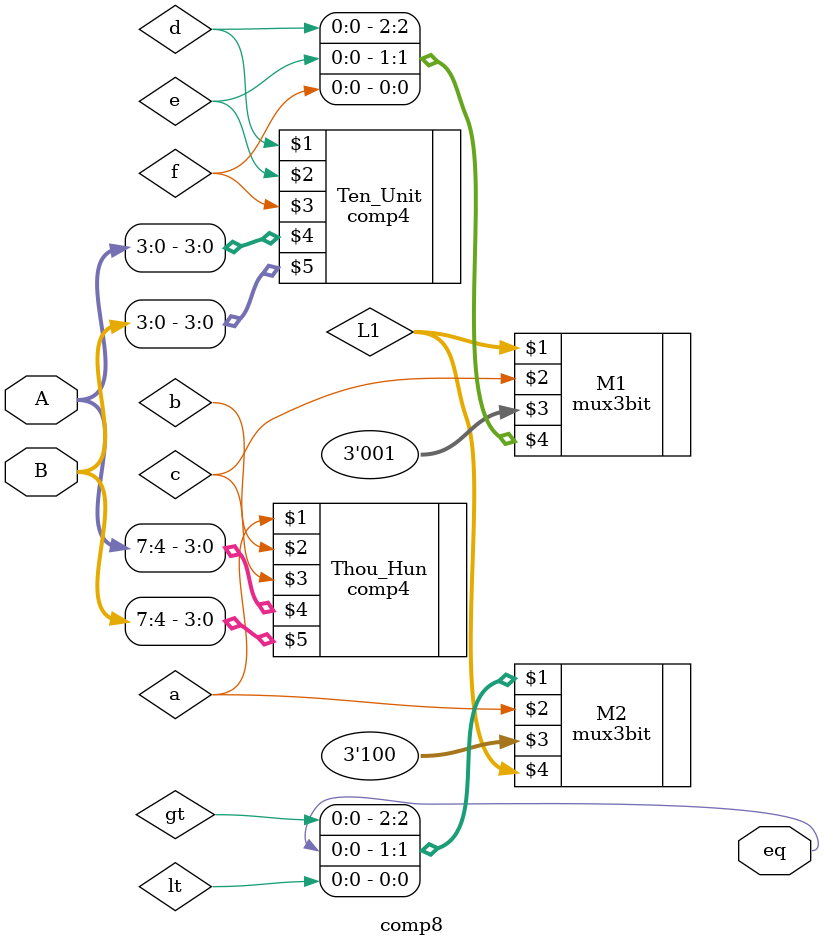
<source format=v>
module comp8 (eq,A,B);

input wire [7:0] A,B;
output eq;

wire [2:0]L1;
wire lt,gt;

comp4 Thou_Hun (a,b,c,A[7:4],B[7:4]);
comp4 Ten_Unit (d,e,f,A[3:0],B[3:0]);

mux3bit M1(L1,c,3'b001,{d,e,f});
mux3bit M2({gt,eq,lt},a,3'b100,L1);

endmodule

</source>
